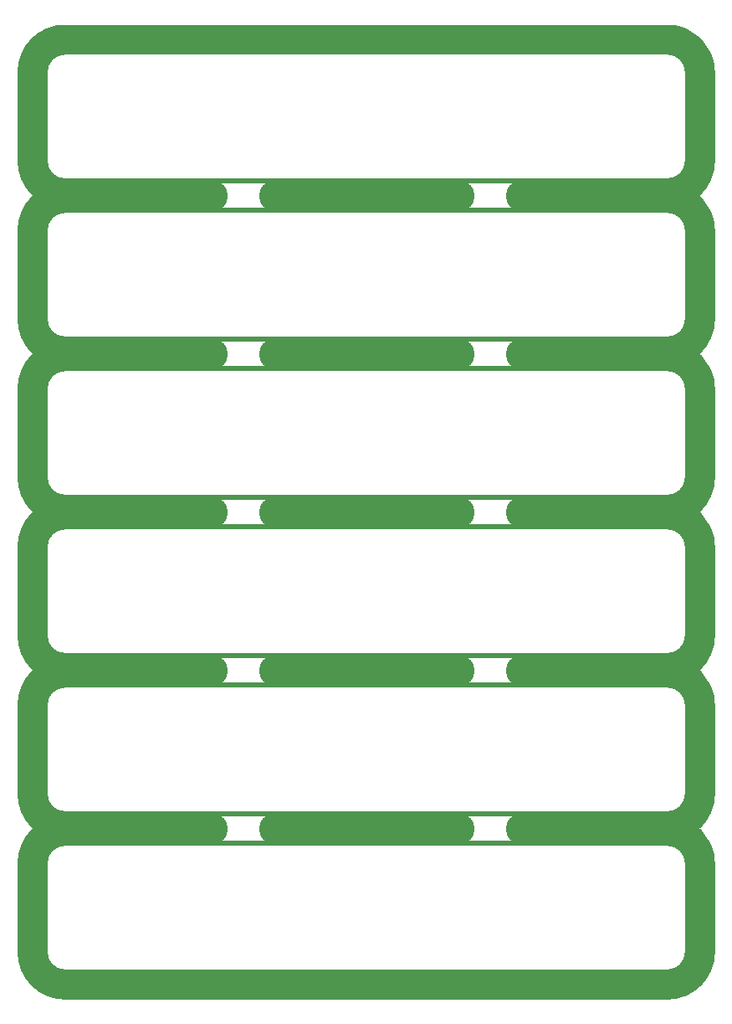
<source format=gko>
G04*
G04 #@! TF.GenerationSoftware,Altium Limited,Altium Designer,20.1.12 (249)*
G04*
G04 Layer_Color=16711935*
%FSLAX25Y25*%
%MOIN*%
G70*
G04*
G04 #@! TF.SameCoordinates,880ED213-D7CF-42DA-8A1E-0FEEA66E8632*
G04*
G04*
G04 #@! TF.FilePolarity,Positive*
G04*
G01*
G75*
%ADD33C,0.11024*%
%ADD34C,0.01968*%
D33*
X261417Y358268D02*
G03*
X261417Y358281I-5512J0D01*
G01*
X248045Y371654D02*
G03*
X248031Y371654I-14J-5512D01*
G01*
X248045Y371654D02*
G03*
X248031Y371654I-14J-13386D01*
G01*
X261417Y358281D02*
G03*
X248045Y371654I-13386J-14D01*
G01*
X261417Y358268D02*
G03*
X261417Y358281I-13386J0D01*
G01*
X248031Y309449D02*
G03*
X261417Y322835I0J13386D01*
G01*
X248045Y308662D02*
G03*
X248031Y308662I-14J-13386D01*
G01*
X261417Y295289D02*
G03*
X248045Y308662I-13386J-14D01*
G01*
X261417Y295276D02*
G03*
X261417Y295289I-13386J0D01*
G01*
X248045Y308662D02*
G03*
X248031Y308662I-14J-5512D01*
G01*
X261417Y295276D02*
G03*
X261417Y295289I-5512J0D01*
G01*
X261417Y232283D02*
G03*
X261417Y232297I-5512J0D01*
G01*
X248031Y246457D02*
G03*
X261417Y259842I0J13386D01*
G01*
X248045Y245669D02*
G03*
X248031Y245669I-14J-13386D01*
G01*
X261417Y232297D02*
G03*
X248045Y245669I-13386J-14D01*
G01*
X261417Y232283D02*
G03*
X261417Y232297I-13386J0D01*
G01*
X248031Y183465D02*
G03*
X261417Y196850I0J13386D01*
G01*
X248045Y245669D02*
G03*
X248031Y245669I-14J-5512D01*
G01*
X248045Y182677D02*
G03*
X248031Y182677I-14J-5512D01*
G01*
X261417Y169291D02*
G03*
X261417Y169305I-5512J0D01*
G01*
X261417Y106299D02*
G03*
X261417Y106313I-5512J0D01*
G01*
X248045Y182677D02*
G03*
X248031Y182677I-14J-13386D01*
G01*
X261417Y169305D02*
G03*
X248045Y182677I-13386J-14D01*
G01*
X261417Y169291D02*
G03*
X261417Y169305I-13386J0D01*
G01*
X248031Y120472D02*
G03*
X261417Y133858I0J13386D01*
G01*
X248045Y119685D02*
G03*
X248031Y119685I-14J-5512D01*
G01*
X248045Y119685D02*
G03*
X248031Y119685I-14J-13386D01*
G01*
X261417Y106313D02*
G03*
X248045Y119685I-13386J-14D01*
G01*
X261417Y106299D02*
G03*
X261417Y106313I-13386J0D01*
G01*
X261417Y43307D02*
G03*
X261417Y43321I-5512J0D01*
G01*
X248031Y57480D02*
G03*
X261417Y70866I0J13386D01*
G01*
X248045Y56693D02*
G03*
X248031Y56693I-14J-13386D01*
G01*
X261417Y43321D02*
G03*
X248045Y56693I-13386J-14D01*
G01*
X261417Y43307D02*
G03*
X261417Y43321I-13386J0D01*
G01*
X248031Y-5512D02*
G03*
X261417Y7874I0J13386D01*
G01*
X248045Y56693D02*
G03*
X248031Y56693I-14J-5512D01*
G01*
X-5512Y322835D02*
G03*
X7874Y309449I13386J0D01*
G01*
X7874Y308662D02*
G03*
X-5512Y295276I0J-13386D01*
G01*
Y259842D02*
G03*
X7874Y246457I13386J0D01*
G01*
X7874Y371654D02*
G03*
X-5512Y358268I0J-13386D01*
G01*
X7874Y245669D02*
G03*
X-5512Y232283I0J-13386D01*
G01*
Y196850D02*
G03*
X7874Y183465I13386J0D01*
G01*
X-5512Y133858D02*
G03*
X7874Y120472I13386J0D01*
G01*
X-5512Y70866D02*
G03*
X7874Y57480I13386J0D01*
G01*
X-5512Y7874D02*
G03*
X7874Y-5512I13386J0D01*
G01*
X7874Y182677D02*
G03*
X-5512Y169291I0J-13386D01*
G01*
X7874Y119685D02*
G03*
X-5512Y106299I0J-13386D01*
G01*
X7874Y56693D02*
G03*
X-5512Y43307I0J-13386D01*
G01*
X188976Y183465D02*
X248031D01*
X188976Y245669D02*
X248031D01*
X188976Y182677D02*
X248031D01*
X188976Y308662D02*
X248031D01*
X188976Y309449D02*
X248031D01*
X188976Y246457D02*
X248031D01*
X188976Y119685D02*
X248031D01*
X188976Y120472D02*
X248031D01*
X188976Y56693D02*
X248031D01*
X90551Y119685D02*
X165354Y119685D01*
X188976Y57480D02*
X248031D01*
X90551Y309449D02*
X165354D01*
X7874Y371654D02*
X248031Y371654D01*
X90551Y308662D02*
X165354Y308662D01*
X90551Y245669D02*
X165354Y245669D01*
X90551Y246457D02*
X165354D01*
X90551Y183465D02*
X165354D01*
X90551Y56693D02*
X165354Y56693D01*
X90551Y57480D02*
X165354D01*
X7874Y-5512D02*
X248031D01*
X90551Y182677D02*
X165354Y182677D01*
X90551Y120472D02*
X165354D01*
X7874Y183465D02*
X66929D01*
X7874Y309449D02*
X66929D01*
X7874Y308662D02*
X66929D01*
X7874Y246457D02*
X66929D01*
X7874Y245669D02*
X66929D01*
X7874Y182677D02*
X66929D01*
X7874Y57480D02*
X66929D01*
X7874Y56693D02*
X66929D01*
X7874Y120472D02*
X66929D01*
X7874Y119685D02*
X66929D01*
X261417Y322835D02*
Y358268D01*
Y259842D02*
Y295276D01*
Y196850D02*
Y232283D01*
X7874Y183465D02*
X7874D01*
X7874D02*
X7874D01*
X261417Y133858D02*
Y169291D01*
Y70866D02*
Y106299D01*
Y7874D02*
Y43307D01*
X7874Y120472D02*
X7874D01*
X7874D02*
X7874D01*
Y57480D02*
X7874D01*
X7874D02*
X7874D01*
Y-5512D02*
X7874D01*
X7874D02*
X7874D01*
Y309449D02*
X7874D01*
X7874D02*
X7874D01*
Y246457D02*
X7874D01*
X7874D02*
X7874D01*
X-5512Y259842D02*
Y295276D01*
Y259842D02*
Y259842D01*
Y259842D02*
Y259842D01*
Y322835D02*
Y358268D01*
Y322835D02*
Y322835D01*
Y322835D02*
Y322835D01*
Y196850D02*
Y232283D01*
Y196850D02*
Y196850D01*
Y196850D02*
Y196850D01*
Y133858D02*
Y169291D01*
Y133858D02*
Y133858D01*
Y133858D02*
Y133858D01*
Y70866D02*
Y106299D01*
Y70866D02*
Y70866D01*
Y70866D02*
Y70866D01*
Y7874D02*
Y43307D01*
Y7874D02*
Y7874D01*
Y7874D02*
Y7874D01*
D34*
X248031Y0D02*
G03*
X255906Y7874I0J7874D01*
G01*
X0Y7874D02*
G03*
X7874Y0I7874J-0D01*
G01*
X7874Y51181D02*
G03*
X0Y43307I0J-7874D01*
G01*
X255906D02*
G03*
X248031Y51181I-7874J0D01*
G01*
X255906Y7874D02*
Y43307D01*
X7874Y0D02*
X248031D01*
X0Y7874D02*
Y43307D01*
X7874Y51181D02*
X248031Y51181D01*
Y62992D02*
G03*
X255906Y70866I0J7874D01*
G01*
X0Y70866D02*
G03*
X7874Y62992I7874J-0D01*
G01*
X7874Y114173D02*
G03*
X0Y106299I0J-7874D01*
G01*
X255906D02*
G03*
X248031Y114173I-7874J0D01*
G01*
X255906Y70866D02*
Y106299D01*
X7874Y62992D02*
X248031D01*
X0Y70866D02*
Y106299D01*
X7874Y114173D02*
X248031Y114173D01*
Y125984D02*
G03*
X255906Y133858I0J7874D01*
G01*
X0Y133858D02*
G03*
X7874Y125984I7874J-0D01*
G01*
X7874Y177165D02*
G03*
X0Y169291I0J-7874D01*
G01*
X255906D02*
G03*
X248031Y177165I-7874J0D01*
G01*
X255906Y133858D02*
Y169291D01*
X7874Y125984D02*
X248031D01*
X0Y133858D02*
Y169291D01*
X7874Y177165D02*
X248031Y177165D01*
Y188976D02*
G03*
X255906Y196850I0J7874D01*
G01*
X0Y196850D02*
G03*
X7874Y188976I7874J-0D01*
G01*
X7874Y240158D02*
G03*
X0Y232283I0J-7874D01*
G01*
X255906D02*
G03*
X248031Y240158I-7874J0D01*
G01*
X255906Y196850D02*
Y232283D01*
X7874Y188976D02*
X248031D01*
X0Y196850D02*
Y232283D01*
X7874Y240158D02*
X248031Y240158D01*
Y251969D02*
G03*
X255906Y259842I0J7874D01*
G01*
X0Y259842D02*
G03*
X7874Y251969I7874J-0D01*
G01*
X7874Y303150D02*
G03*
X0Y295276I0J-7874D01*
G01*
X255906D02*
G03*
X248031Y303150I-7874J0D01*
G01*
X255906Y259842D02*
Y295276D01*
X7874Y251969D02*
X248031D01*
X0Y259842D02*
Y295276D01*
X7874Y303150D02*
X248031Y303150D01*
Y314961D02*
G03*
X255906Y322835I0J7874D01*
G01*
X0Y322835D02*
G03*
X7874Y314961I7874J-0D01*
G01*
X7874Y366142D02*
G03*
X0Y358268I0J-7874D01*
G01*
X255906D02*
G03*
X248031Y366142I-7874J0D01*
G01*
X255906Y322835D02*
Y358268D01*
X7874Y314961D02*
X248031D01*
X0Y322835D02*
Y358268D01*
X7874Y366142D02*
X248031Y366142D01*
M02*

</source>
